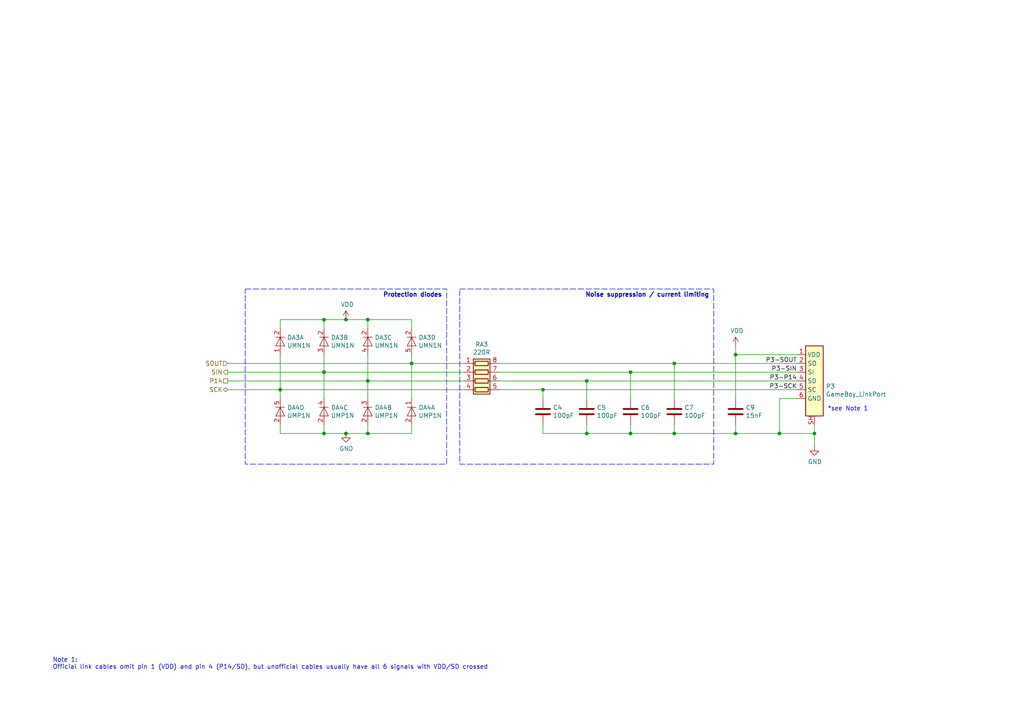
<source format=kicad_sch>
(kicad_sch (version 20230121) (generator eeschema)
  (paper "A4")
  (title_block (title "MGL-CPU-01") (date "2022-03-19") (rev "A") (company "https://gekkio.fi") (comment 1 "https://github.com/Gekkio/gb-schematics"))
  (lib_symbols
    (symbol "Device:C" (pin_numbers hide) (pin_names (offset 0.254))
      (property "Reference" "C" (at 0.635 2.54 0))
      (property "Value" "C" (at 0.635 -2.54 0))
      (symbol "C_0_1"
        (polyline (pts (xy -2.032 -0.762) (xy 2.032 -0.762)) (stroke (width 0.508)))
        (polyline (pts (xy -2.032 0.762) (xy 2.032 0.762)) (stroke (width 0.508)))
      )
      (symbol "C_1_1"
        (pin passive line (at 0 3.81 270) (length 2.794) (name "~") (number "1"))
        (pin passive line (at 0 -3.81 90) (length 2.794) (name "~") (number "2"))
      )
    )
    (symbol "Device:R_Pack04" (pin_names (offset 0) hide)
      (property "Reference" "RN" (at -7.62 0 90))
      (property "Value" "R_Pack04" (at 5.08 0 90))
      (symbol "R_Pack04_0_1"
        (rectangle (start -6.35 -2.413) (end 3.81 2.413) (stroke (width 0.254)) (fill (type background)))
        (rectangle (start -5.715 1.905) (end -4.445 -1.905) (stroke (width 0.254)))
        (rectangle (start -3.175 1.905) (end -1.905 -1.905) (stroke (width 0.254)))
        (rectangle (start -0.635 1.905) (end 0.635 -1.905) (stroke (width 0.254)))
        (polyline (pts (xy -5.08 -2.54) (xy -5.08 -1.905)))
        (polyline (pts (xy -5.08 1.905) (xy -5.08 2.54)))
        (polyline (pts (xy -2.54 -2.54) (xy -2.54 -1.905)))
        (polyline (pts (xy -2.54 1.905) (xy -2.54 2.54)))
        (polyline (pts (xy 0 -2.54) (xy 0 -1.905)))
        (polyline (pts (xy 0 1.905) (xy 0 2.54)))
        (polyline (pts (xy 2.54 -2.54) (xy 2.54 -1.905)))
        (polyline (pts (xy 2.54 1.905) (xy 2.54 2.54)))
        (rectangle (start 1.905 1.905) (end 3.175 -1.905) (stroke (width 0.254)))
      )
      (symbol "R_Pack04_1_1"
        (pin passive line (at -5.08 -5.08 90) (length 2.54) (name "R1.1") (number "1"))
        (pin passive line (at -2.54 -5.08 90) (length 2.54) (name "R2.1") (number "2"))
        (pin passive line (at 0 -5.08 90) (length 2.54) (name "R3.1") (number "3"))
        (pin passive line (at 2.54 -5.08 90) (length 2.54) (name "R4.1") (number "4"))
        (pin passive line (at 2.54 5.08 270) (length 2.54) (name "R4.2") (number "5"))
        (pin passive line (at 0 5.08 270) (length 2.54) (name "R3.2") (number "6"))
        (pin passive line (at -2.54 5.08 270) (length 2.54) (name "R2.2") (number "7"))
        (pin passive line (at -5.08 5.08 270) (length 2.54) (name "R1.2") (number "8"))
      )
    )
    (symbol "Diode:Rohm_UMN1N" (pin_names (offset 1.016) hide)
      (property "Reference" "D" (at 0 2.54 0))
      (property "Value" "Rohm_UMN1N" (at 0 -2.54 0))
      (symbol "Rohm_UMN1N_0_1"
        (polyline (pts (xy -1.27 1.27) (xy -1.27 -1.27)) (stroke (width 0.1524)))
        (polyline (pts (xy 1.27 -1.27) (xy 1.27 1.27)))
        (polyline (pts (xy 1.27 0) (xy -1.27 0)))
        (polyline (pts (xy 1.27 1.27) (xy -1.27 0) (xy 1.27 -1.27)))
      )
      (symbol "Rohm_UMN1N_1_1"
        (pin passive line (at 3.81 0 180) (length 2.54) (name "A") (number "1"))
        (pin passive line (at -3.81 0 0) (length 2.54) (name "K") (number "2"))
      )
      (symbol "Rohm_UMN1N_2_1"
        (pin passive line (at -3.81 0 0) (length 2.54) (name "K") (number "2"))
        (pin passive line (at 3.81 0 180) (length 2.54) (name "A") (number "3"))
      )
      (symbol "Rohm_UMN1N_3_1"
        (pin passive line (at -3.81 0 0) (length 2.54) (name "K") (number "2"))
        (pin passive line (at 3.81 0 180) (length 2.54) (name "A") (number "4"))
      )
      (symbol "Rohm_UMN1N_4_1"
        (pin passive line (at -3.81 0 0) (length 2.54) (name "K") (number "2"))
        (pin passive line (at 3.81 0 180) (length 2.54) (name "A") (number "5"))
      )
    )
    (symbol "Gekkio_Connector_Specialized:GameBoy_LinkPort"
      (property "Reference" "J" (at 0 13.97 0))
      (property "Value" "GameBoy_LinkPort" (at 0 11.43 0))
      (symbol "GameBoy_LinkPort_0_1"
        (rectangle (start -2.54 10.16) (end 2.54 -10.16) (stroke (width 0.254)) (fill (type background)))
      )
      (symbol "GameBoy_LinkPort_1_1"
        (pin passive line (at -5.08 7.62 0) (length 2.54) (name "VDD") (number "1"))
        (pin passive line (at -5.08 5.08 0) (length 2.54) (name "SO") (number "2"))
        (pin passive line (at -5.08 2.54 0) (length 2.54) (name "SI") (number "3"))
        (pin passive line (at -5.08 0 0) (length 2.54) (name "SD") (number "4"))
        (pin passive line (at -5.08 -2.54 0) (length 2.54) (name "SC") (number "5"))
        (pin passive line (at -5.08 -5.08 0) (length 2.54) (name "GND") (number "6"))
        (pin passive line (at 0 -12.7 90) (length 2.54) (name "~") (number "SH"))
      )
    )
    (symbol "Gekkio_Diode:UMP1N" (pin_names (offset 1.016) hide)
      (property "Reference" "D" (at 0 2.54 0))
      (property "Value" "UMP1N" (at 0 -2.54 0))
      (symbol "UMP1N_0_1"
        (polyline (pts (xy -1.27 1.27) (xy -1.27 -1.27)) (stroke (width 0.1524)))
        (polyline (pts (xy 1.27 -1.27) (xy 1.27 1.27)))
        (polyline (pts (xy 1.27 0) (xy -1.27 0)))
        (polyline (pts (xy 1.27 1.27) (xy -1.27 0) (xy 1.27 -1.27)))
      )
      (symbol "UMP1N_1_1"
        (pin passive line (at -3.81 0 0) (length 2.54) (name "K") (number "1"))
        (pin passive line (at 3.81 0 180) (length 2.54) (name "A") (number "2"))
      )
      (symbol "UMP1N_2_1"
        (pin passive line (at 3.81 0 180) (length 2.54) (name "A") (number "2"))
        (pin passive line (at -3.81 0 0) (length 2.54) (name "K") (number "3"))
      )
      (symbol "UMP1N_3_1"
        (pin passive line (at 3.81 0 180) (length 2.54) (name "A") (number "2"))
        (pin passive line (at -3.81 0 0) (length 2.54) (name "K") (number "4"))
      )
      (symbol "UMP1N_4_1"
        (pin passive line (at 3.81 0 180) (length 2.54) (name "A") (number "2"))
        (pin passive line (at -3.81 0 0) (length 2.54) (name "K") (number "5"))
      )
    )
    (symbol "power:GND" (power) (pin_names (offset 0))
      (property "Value" "GND" (at 0 -3.81 0))
      (symbol "GND_0_1"
        (polyline (pts (xy 0 0) (xy 0 -1.27) (xy 1.27 -1.27) (xy 0 -2.54) (xy -1.27 -1.27) (xy 0 -1.27)))
      )
      (symbol "GND_1_1"
        (pin power_in line (at 0 0 270) (length 0) hide (name "GND") (number "1"))
      )
    )
    (symbol "power:VDD" (power) (pin_names (offset 0))
      (property "Value" "VDD" (at 0 3.81 0))
      (symbol "VDD_0_1"
        (polyline (pts (xy -0.762 1.27) (xy 0 2.54)))
        (polyline (pts (xy 0 0) (xy 0 2.54)))
        (polyline (pts (xy 0 2.54) (xy 0.762 1.27)))
      )
      (symbol "VDD_1_1"
        (pin power_in line (at 0 0 90) (length 0) hide (name "VDD") (number "1"))
      )
    )
  )
  (junction (at 93.98 125.73))
  (junction (at 106.68 125.73))
  (junction (at 100.33 125.73))
  (junction (at 81.28 113.03))
  (junction (at 106.68 92.71))
  (junction (at 213.36 125.73))
  (junction (at 195.58 125.73))
  (junction (at 226.06 125.73))
  (junction (at 236.22 125.73))
  (junction (at 195.58 105.41))
  (junction (at 93.98 92.71))
  (junction (at 170.18 125.73))
  (junction (at 170.18 110.49))
  (junction (at 100.33 92.71))
  (junction (at 119.38 105.41))
  (junction (at 93.98 107.95))
  (junction (at 213.36 102.87))
  (junction (at 182.88 107.95))
  (junction (at 182.88 125.73))
  (junction (at 157.48 113.03))
  (junction (at 106.68 110.49))
  (wire (pts (xy 195.58 125.73) (xy 213.36 125.73)))
  (wire (pts (xy 100.33 92.71) (xy 106.68 92.71)))
  (wire (pts (xy 93.98 115.57) (xy 93.98 107.95)))
  (wire (pts (xy 81.28 115.57) (xy 81.28 113.03)))
  (wire (pts (xy 170.18 110.49) (xy 231.14 110.49)))
  (wire (pts (xy 226.06 115.57) (xy 226.06 125.73)))
  (wire (pts (xy 81.28 125.73) (xy 93.98 125.73)))
  (wire (pts (xy 134.62 110.49) (xy 106.68 110.49)))
  (wire (pts (xy 106.68 125.73) (xy 106.68 123.19)))
  (wire (pts (xy 170.18 115.57) (xy 170.18 110.49)))
  (wire (pts (xy 195.58 125.73) (xy 195.58 123.19)))
  (wire (pts (xy 106.68 92.71) (xy 119.38 92.71)))
  (wire (pts (xy 213.36 102.87) (xy 231.14 102.87)))
  (wire (pts (xy 226.06 125.73) (xy 236.22 125.73)))
  (wire (pts (xy 195.58 105.41) (xy 231.14 105.41)))
  (wire (pts (xy 236.22 125.73) (xy 236.22 129.54)))
  (wire (pts (xy 93.98 92.71) (xy 100.33 92.71)))
  (wire (pts (xy 157.48 115.57) (xy 157.48 113.03)))
  (wire (pts (xy 81.28 113.03) (xy 81.28 102.87)))
  (wire (pts (xy 106.68 110.49) (xy 66.04 110.49)))
  (wire (pts (xy 144.78 105.41) (xy 195.58 105.41)))
  (wire (pts (xy 119.38 102.87) (xy 119.38 105.41)))
  (wire (pts (xy 195.58 115.57) (xy 195.58 105.41)))
  (wire (pts (xy 81.28 92.71) (xy 93.98 92.71)))
  (wire (pts (xy 106.68 115.57) (xy 106.68 110.49)))
  (wire (pts (xy 134.62 113.03) (xy 81.28 113.03)))
  (wire (pts (xy 213.36 100.33) (xy 213.36 102.87)))
  (wire (pts (xy 157.48 113.03) (xy 231.14 113.03)))
  (wire (pts (xy 66.04 105.41) (xy 119.38 105.41)))
  (wire (pts (xy 170.18 125.73) (xy 170.18 123.19)))
  (wire (pts (xy 81.28 123.19) (xy 81.28 125.73)))
  (wire (pts (xy 134.62 107.95) (xy 93.98 107.95)))
  (wire (pts (xy 157.48 113.03) (xy 144.78 113.03)))
  (wire (pts (xy 182.88 107.95) (xy 144.78 107.95)))
  (wire (pts (xy 66.04 113.03) (xy 81.28 113.03)))
  (wire (pts (xy 182.88 107.95) (xy 231.14 107.95)))
  (wire (pts (xy 170.18 125.73) (xy 182.88 125.73)))
  (wire (pts (xy 106.68 95.25) (xy 106.68 92.71)))
  (wire (pts (xy 144.78 110.49) (xy 170.18 110.49)))
  (wire (pts (xy 93.98 125.73) (xy 100.33 125.73)))
  (wire (pts (xy 93.98 123.19) (xy 93.98 125.73)))
  (wire (pts (xy 93.98 107.95) (xy 93.98 102.87)))
  (wire (pts (xy 213.36 102.87) (xy 213.36 115.57)))
  (wire (pts (xy 213.36 125.73) (xy 213.36 123.19)))
  (wire (pts (xy 182.88 115.57) (xy 182.88 107.95)))
  (wire (pts (xy 100.33 125.73) (xy 106.68 125.73)))
  (wire (pts (xy 182.88 125.73) (xy 195.58 125.73)))
  (wire (pts (xy 93.98 92.71) (xy 93.98 95.25)))
  (wire (pts (xy 106.68 110.49) (xy 106.68 102.87)))
  (wire (pts (xy 81.28 95.25) (xy 81.28 92.71)))
  (wire (pts (xy 157.48 125.73) (xy 170.18 125.73)))
  (wire (pts (xy 236.22 123.19) (xy 236.22 125.73)))
  (wire (pts (xy 119.38 125.73) (xy 119.38 123.19)))
  (wire (pts (xy 119.38 92.71) (xy 119.38 95.25)))
  (wire (pts (xy 213.36 125.73) (xy 226.06 125.73)))
  (wire (pts (xy 66.04 107.95) (xy 93.98 107.95)))
  (wire (pts (xy 106.68 125.73) (xy 119.38 125.73)))
  (wire (pts (xy 226.06 115.57) (xy 231.14 115.57)))
  (wire (pts (xy 157.48 123.19) (xy 157.48 125.73)))
  (wire (pts (xy 119.38 105.41) (xy 134.62 105.41)))
  (wire (pts (xy 119.38 115.57) (xy 119.38 105.41)))
  (wire (pts (xy 182.88 125.73) (xy 182.88 123.19)))
  (rectangle (start 71.12 83.82) (end 129.54 134.62) (stroke (width 0) (type dash)))
  (rectangle (start 133.35 83.82) (end 207.01 134.62) (stroke (width 0) (type dash)))
  (text "Note 1:\nOfficial link cables omit pin 1 (VDD) and pin 4 (P14/SD), but unofficial cables usually have all 6 signals with VDD/SD crossed" (at 15.24 194.31 0) (effects (font (size 1.27 1.27)) (justify left bottom)))
  (text "*see Note 1" (at 240.03 119.38 0) (effects (font (size 1.27 1.27)) (justify left bottom)))
  (text "Protection diodes" (at 128.27 86.36 0) (effects (font (size 1.27 1.27) (thickness 0.254) bold) (justify right bottom)))
  (text "Noise suppression / current limiting" (at 205.74 86.36 0) (effects (font (size 1.27 1.27) (thickness 0.254) bold) (justify right bottom)))
  (label "P3-SCK" (at 231.14 113.03 180))
  (label "P3-SIN" (at 231.14 107.95 180))
  (label "P3-SOUT" (at 231.14 105.41 180))
  (label "P3-P14" (at 231.14 110.49 180))
  (hierarchical_label "SIN" (shape output) (at 66.04 107.95 180))
  (hierarchical_label "SOUT" (shape input) (at 66.04 105.41 180))
  (hierarchical_label "SCK" (shape bidirectional) (at 66.04 113.03 180))
  (hierarchical_label "P14" (shape passive) (at 66.04 110.49 180))
  (symbol (lib_id "Gekkio_Connector_Specialized:GameBoy_LinkPort") (at 236.22 110.49 0) (unit 1)
    (property "Reference" "P3" (at 239.522 112.0394 0) (effects (justify left)))
    (property "Value" "GameBoy_LinkPort" (at 239.522 114.3508 0) (effects (justify left)))
  )
  (symbol (lib_id "power:GND") (at 236.22 129.54 0) (unit 1)
    (property "Reference" "#PWR0115" (effects hide))
    (property "Value" "GND" (at 236.347 133.9342 0))
  )
  (symbol (lib_id "power:VDD") (at 213.36 100.33 0) (unit 1)
    (property "Reference" "#PWR0116" (effects hide))
    (property "Value" "VDD" (at 213.741 95.9358 0))
  )
  (symbol (lib_id "Device:C") (at 213.36 119.38 0) (unit 1)
    (property "Reference" "C9" (at 216.281 118.2116 0) (effects (justify left)))
    (property "Value" "15nF" (at 216.281 120.523 0) (effects (justify left)))
  )
  (symbol (lib_id "Device:C") (at 195.58 119.38 0) (unit 1)
    (property "Reference" "C7" (at 198.501 118.2116 0) (effects (justify left)))
    (property "Value" "100pF" (at 198.501 120.523 0) (effects (justify left)))
  )
  (symbol (lib_id "Device:C") (at 182.88 119.38 0) (unit 1)
    (property "Reference" "C6" (at 185.801 118.2116 0) (effects (justify left)))
    (property "Value" "100pF" (at 185.801 120.523 0) (effects (justify left)))
  )
  (symbol (lib_id "Device:C") (at 170.18 119.38 0) (unit 1)
    (property "Reference" "C5" (at 173.101 118.2116 0) (effects (justify left)))
    (property "Value" "100pF" (at 173.101 120.523 0) (effects (justify left)))
  )
  (symbol (lib_id "Device:C") (at 157.48 119.38 0) (unit 1)
    (property "Reference" "C4" (at 160.401 118.2116 0) (effects (justify left)))
    (property "Value" "100pF" (at 160.401 120.523 0) (effects (justify left)))
  )
  (symbol (lib_id "Device:R_Pack04") (at 139.7 110.49 270) (unit 1)
    (property "Reference" "RA3" (at 139.7 99.8982 90))
    (property "Value" "220R" (at 139.7 102.2096 90))
  )
  (symbol (lib_id "Diode:Rohm_UMN1N") (at 81.28 99.06 270) (unit 1)
    (property "Reference" "DA3" (at 83.2612 97.8916 90) (effects (justify left)))
    (property "Value" "UMN1N" (at 83.2612 100.203 90) (effects (justify left)))
    (property "Footprint" "Package_TO_SOT_SMD:SOT-353_SC-70-5" (effects hide))
    (property "Datasheet" "https://fscdn.rohm.com/en/products/databook/datasheet/discrete/diode/switching/umn1ntr-e.pdf" (effects hide))
  )
  (symbol (lib_id "Diode:Rohm_UMN1N") (at 93.98 99.06 270) (unit 2)
    (property "Reference" "DA3" (at 95.9612 97.8916 90) (effects (justify left)))
    (property "Value" "UMN1N" (at 95.9612 100.203 90) (effects (justify left)))
    (property "Footprint" "Package_TO_SOT_SMD:SOT-353_SC-70-5" (effects hide))
    (property "Datasheet" "https://fscdn.rohm.com/en/products/databook/datasheet/discrete/diode/switching/umn1ntr-e.pdf" (effects hide))
  )
  (symbol (lib_id "Diode:Rohm_UMN1N") (at 106.68 99.06 270) (unit 3)
    (property "Reference" "DA3" (at 108.6612 97.8916 90) (effects (justify left)))
    (property "Value" "UMN1N" (at 108.6612 100.203 90) (effects (justify left)))
    (property "Footprint" "Package_TO_SOT_SMD:SOT-353_SC-70-5" (effects hide))
    (property "Datasheet" "https://fscdn.rohm.com/en/products/databook/datasheet/discrete/diode/switching/umn1ntr-e.pdf" (effects hide))
  )
  (symbol (lib_id "Diode:Rohm_UMN1N") (at 119.38 99.06 270) (unit 4)
    (property "Reference" "DA3" (at 121.3612 97.8916 90) (effects (justify left)))
    (property "Value" "UMN1N" (at 121.3612 100.203 90) (effects (justify left)))
    (property "Footprint" "Package_TO_SOT_SMD:SOT-353_SC-70-5" (effects hide))
    (property "Datasheet" "https://fscdn.rohm.com/en/products/databook/datasheet/discrete/diode/switching/umn1ntr-e.pdf" (effects hide))
  )
  (symbol (lib_id "power:VDD") (at 100.33 92.71 0) (unit 1)
    (property "Reference" "#PWR0117" (effects hide))
    (property "Value" "VDD" (at 100.711 88.3158 0))
  )
  (symbol (lib_id "Gekkio_Diode:UMP1N") (at 119.38 119.38 270) (unit 1)
    (property "Reference" "DA4" (at 121.3612 118.2116 90) (effects (justify left)))
    (property "Value" "UMP1N" (at 121.3612 120.523 90) (effects (justify left)))
    (property "Footprint" "Package_TO_SOT_SMD:SOT-353_SC-70-5" (effects hide))
    (property "Datasheet" "https://fscdn.rohm.com/en/products/databook/datasheet/discrete/diode/switching/ump1ntr-e.pdf" (effects hide))
  )
  (symbol (lib_id "Gekkio_Diode:UMP1N") (at 106.68 119.38 270) (unit 2)
    (property "Reference" "DA4" (at 108.6612 118.2116 90) (effects (justify left)))
    (property "Value" "UMP1N" (at 108.6612 120.523 90) (effects (justify left)))
    (property "Footprint" "Package_TO_SOT_SMD:SOT-353_SC-70-5" (effects hide))
    (property "Datasheet" "https://fscdn.rohm.com/en/products/databook/datasheet/discrete/diode/switching/ump1ntr-e.pdf" (effects hide))
  )
  (symbol (lib_id "Gekkio_Diode:UMP1N") (at 93.98 119.38 270) (unit 3)
    (property "Reference" "DA4" (at 95.9612 118.2116 90) (effects (justify left)))
    (property "Value" "UMP1N" (at 95.9612 120.523 90) (effects (justify left)))
    (property "Footprint" "Package_TO_SOT_SMD:SOT-353_SC-70-5" (effects hide))
    (property "Datasheet" "https://fscdn.rohm.com/en/products/databook/datasheet/discrete/diode/switching/ump1ntr-e.pdf" (effects hide))
  )
  (symbol (lib_id "Gekkio_Diode:UMP1N") (at 81.28 119.38 270) (unit 4)
    (property "Reference" "DA4" (at 83.2612 118.2116 90) (effects (justify left)))
    (property "Value" "UMP1N" (at 83.2612 120.523 90) (effects (justify left)))
    (property "Footprint" "Package_TO_SOT_SMD:SOT-353_SC-70-5" (effects hide))
    (property "Datasheet" "https://fscdn.rohm.com/en/products/databook/datasheet/discrete/diode/switching/ump1ntr-e.pdf" (effects hide))
  )
  (symbol (lib_id "power:GND") (at 100.33 125.73 0) (unit 1)
    (property "Reference" "#PWR0118" (effects hide))
    (property "Value" "GND" (at 100.457 130.1242 0))
  )
)
</source>
